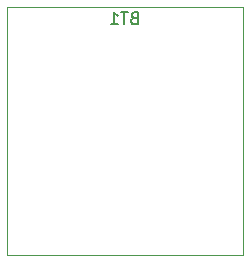
<source format=gbr>
%TF.GenerationSoftware,KiCad,Pcbnew,(5.1.9-0-10_14)*%
%TF.CreationDate,2021-03-11T21:56:35-05:00*%
%TF.ProjectId,getting_to_blinky,67657474-696e-4675-9f74-6f5f626c696e,rev?*%
%TF.SameCoordinates,Original*%
%TF.FileFunction,Legend,Bot*%
%TF.FilePolarity,Positive*%
%FSLAX46Y46*%
G04 Gerber Fmt 4.6, Leading zero omitted, Abs format (unit mm)*
G04 Created by KiCad (PCBNEW (5.1.9-0-10_14)) date 2021-03-11 21:56:35*
%MOMM*%
%LPD*%
G01*
G04 APERTURE LIST*
%ADD10C,0.120000*%
%ADD11C,0.150000*%
G04 APERTURE END LIST*
D10*
%TO.C,BT1*%
X122000000Y-114500000D02*
X142000000Y-114500000D01*
X142000000Y-114500000D02*
X142000000Y-93500000D01*
X142000000Y-93500000D02*
X122000000Y-93500000D01*
X122000000Y-93500000D02*
X122000000Y-114500000D01*
D11*
X132785714Y-94428571D02*
X132642857Y-94476190D01*
X132595238Y-94523809D01*
X132547619Y-94619047D01*
X132547619Y-94761904D01*
X132595238Y-94857142D01*
X132642857Y-94904761D01*
X132738095Y-94952380D01*
X133119047Y-94952380D01*
X133119047Y-93952380D01*
X132785714Y-93952380D01*
X132690476Y-94000000D01*
X132642857Y-94047619D01*
X132595238Y-94142857D01*
X132595238Y-94238095D01*
X132642857Y-94333333D01*
X132690476Y-94380952D01*
X132785714Y-94428571D01*
X133119047Y-94428571D01*
X132261904Y-93952380D02*
X131690476Y-93952380D01*
X131976190Y-94952380D02*
X131976190Y-93952380D01*
X130833333Y-94952380D02*
X131404761Y-94952380D01*
X131119047Y-94952380D02*
X131119047Y-93952380D01*
X131214285Y-94095238D01*
X131309523Y-94190476D01*
X131404761Y-94238095D01*
%TD*%
M02*

</source>
